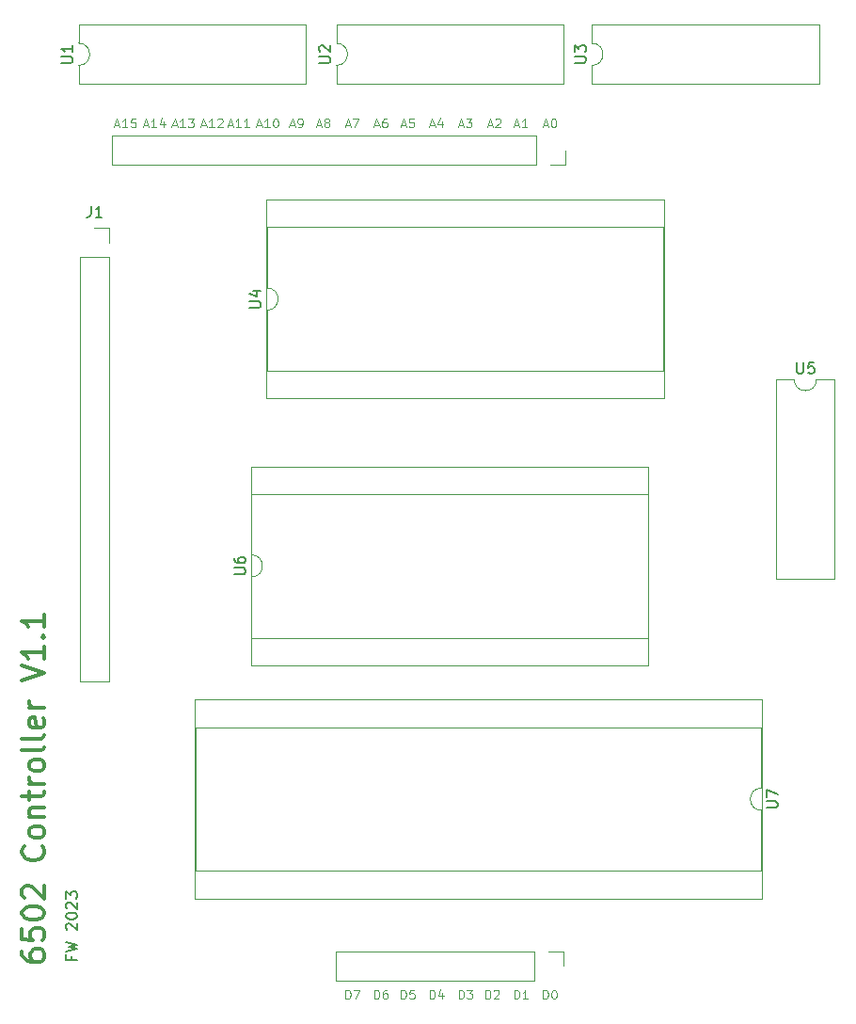
<source format=gbr>
%TF.GenerationSoftware,KiCad,Pcbnew,(6.0.9-0)*%
%TF.CreationDate,2022-12-28T10:48:57-05:00*%
%TF.ProjectId,6502_computer,36353032-5f63-46f6-9d70-757465722e6b,rev?*%
%TF.SameCoordinates,Original*%
%TF.FileFunction,Legend,Top*%
%TF.FilePolarity,Positive*%
%FSLAX46Y46*%
G04 Gerber Fmt 4.6, Leading zero omitted, Abs format (unit mm)*
G04 Created by KiCad (PCBNEW (6.0.9-0)) date 2022-12-28 10:48:57*
%MOMM*%
%LPD*%
G01*
G04 APERTURE LIST*
%ADD10C,0.125000*%
%ADD11C,0.150000*%
%ADD12C,0.300000*%
%ADD13C,0.120000*%
G04 APERTURE END LIST*
D10*
X148428571Y-60333333D02*
X148809523Y-60333333D01*
X148352380Y-60561904D02*
X148619047Y-59761904D01*
X148885714Y-60561904D01*
X149304761Y-59761904D02*
X149380952Y-59761904D01*
X149457142Y-59800000D01*
X149495238Y-59838095D01*
X149533333Y-59914285D01*
X149571428Y-60066666D01*
X149571428Y-60257142D01*
X149533333Y-60409523D01*
X149495238Y-60485714D01*
X149457142Y-60523809D01*
X149380952Y-60561904D01*
X149304761Y-60561904D01*
X149228571Y-60523809D01*
X149190476Y-60485714D01*
X149152380Y-60409523D01*
X149114285Y-60257142D01*
X149114285Y-60066666D01*
X149152380Y-59914285D01*
X149190476Y-59838095D01*
X149228571Y-59800000D01*
X149304761Y-59761904D01*
X145828571Y-60333333D02*
X146209523Y-60333333D01*
X145752380Y-60561904D02*
X146019047Y-59761904D01*
X146285714Y-60561904D01*
X146971428Y-60561904D02*
X146514285Y-60561904D01*
X146742857Y-60561904D02*
X146742857Y-59761904D01*
X146666666Y-59876190D01*
X146590476Y-59952380D01*
X146514285Y-59990476D01*
X143428571Y-60333333D02*
X143809523Y-60333333D01*
X143352380Y-60561904D02*
X143619047Y-59761904D01*
X143885714Y-60561904D01*
X144114285Y-59838095D02*
X144152380Y-59800000D01*
X144228571Y-59761904D01*
X144419047Y-59761904D01*
X144495238Y-59800000D01*
X144533333Y-59838095D01*
X144571428Y-59914285D01*
X144571428Y-59990476D01*
X144533333Y-60104761D01*
X144076190Y-60561904D01*
X144571428Y-60561904D01*
X140828571Y-60333333D02*
X141209523Y-60333333D01*
X140752380Y-60561904D02*
X141019047Y-59761904D01*
X141285714Y-60561904D01*
X141476190Y-59761904D02*
X141971428Y-59761904D01*
X141704761Y-60066666D01*
X141819047Y-60066666D01*
X141895238Y-60104761D01*
X141933333Y-60142857D01*
X141971428Y-60219047D01*
X141971428Y-60409523D01*
X141933333Y-60485714D01*
X141895238Y-60523809D01*
X141819047Y-60561904D01*
X141590476Y-60561904D01*
X141514285Y-60523809D01*
X141476190Y-60485714D01*
X138228571Y-60333333D02*
X138609523Y-60333333D01*
X138152380Y-60561904D02*
X138419047Y-59761904D01*
X138685714Y-60561904D01*
X139295238Y-60028571D02*
X139295238Y-60561904D01*
X139104761Y-59723809D02*
X138914285Y-60295238D01*
X139409523Y-60295238D01*
X135628571Y-60333333D02*
X136009523Y-60333333D01*
X135552380Y-60561904D02*
X135819047Y-59761904D01*
X136085714Y-60561904D01*
X136733333Y-59761904D02*
X136352380Y-59761904D01*
X136314285Y-60142857D01*
X136352380Y-60104761D01*
X136428571Y-60066666D01*
X136619047Y-60066666D01*
X136695238Y-60104761D01*
X136733333Y-60142857D01*
X136771428Y-60219047D01*
X136771428Y-60409523D01*
X136733333Y-60485714D01*
X136695238Y-60523809D01*
X136619047Y-60561904D01*
X136428571Y-60561904D01*
X136352380Y-60523809D01*
X136314285Y-60485714D01*
X133228571Y-60333333D02*
X133609523Y-60333333D01*
X133152380Y-60561904D02*
X133419047Y-59761904D01*
X133685714Y-60561904D01*
X134295238Y-59761904D02*
X134142857Y-59761904D01*
X134066666Y-59800000D01*
X134028571Y-59838095D01*
X133952380Y-59952380D01*
X133914285Y-60104761D01*
X133914285Y-60409523D01*
X133952380Y-60485714D01*
X133990476Y-60523809D01*
X134066666Y-60561904D01*
X134219047Y-60561904D01*
X134295238Y-60523809D01*
X134333333Y-60485714D01*
X134371428Y-60409523D01*
X134371428Y-60219047D01*
X134333333Y-60142857D01*
X134295238Y-60104761D01*
X134219047Y-60066666D01*
X134066666Y-60066666D01*
X133990476Y-60104761D01*
X133952380Y-60142857D01*
X133914285Y-60219047D01*
X130628571Y-60333333D02*
X131009523Y-60333333D01*
X130552380Y-60561904D02*
X130819047Y-59761904D01*
X131085714Y-60561904D01*
X131276190Y-59761904D02*
X131809523Y-59761904D01*
X131466666Y-60561904D01*
X128028571Y-60333333D02*
X128409523Y-60333333D01*
X127952380Y-60561904D02*
X128219047Y-59761904D01*
X128485714Y-60561904D01*
X128866666Y-60104761D02*
X128790476Y-60066666D01*
X128752380Y-60028571D01*
X128714285Y-59952380D01*
X128714285Y-59914285D01*
X128752380Y-59838095D01*
X128790476Y-59800000D01*
X128866666Y-59761904D01*
X129019047Y-59761904D01*
X129095238Y-59800000D01*
X129133333Y-59838095D01*
X129171428Y-59914285D01*
X129171428Y-59952380D01*
X129133333Y-60028571D01*
X129095238Y-60066666D01*
X129019047Y-60104761D01*
X128866666Y-60104761D01*
X128790476Y-60142857D01*
X128752380Y-60180952D01*
X128714285Y-60257142D01*
X128714285Y-60409523D01*
X128752380Y-60485714D01*
X128790476Y-60523809D01*
X128866666Y-60561904D01*
X129019047Y-60561904D01*
X129095238Y-60523809D01*
X129133333Y-60485714D01*
X129171428Y-60409523D01*
X129171428Y-60257142D01*
X129133333Y-60180952D01*
X129095238Y-60142857D01*
X129019047Y-60104761D01*
X125628571Y-60333333D02*
X126009523Y-60333333D01*
X125552380Y-60561904D02*
X125819047Y-59761904D01*
X126085714Y-60561904D01*
X126390476Y-60561904D02*
X126542857Y-60561904D01*
X126619047Y-60523809D01*
X126657142Y-60485714D01*
X126733333Y-60371428D01*
X126771428Y-60219047D01*
X126771428Y-59914285D01*
X126733333Y-59838095D01*
X126695238Y-59800000D01*
X126619047Y-59761904D01*
X126466666Y-59761904D01*
X126390476Y-59800000D01*
X126352380Y-59838095D01*
X126314285Y-59914285D01*
X126314285Y-60104761D01*
X126352380Y-60180952D01*
X126390476Y-60219047D01*
X126466666Y-60257142D01*
X126619047Y-60257142D01*
X126695238Y-60219047D01*
X126733333Y-60180952D01*
X126771428Y-60104761D01*
X122647619Y-60333333D02*
X123028571Y-60333333D01*
X122571428Y-60561904D02*
X122838095Y-59761904D01*
X123104761Y-60561904D01*
X123790476Y-60561904D02*
X123333333Y-60561904D01*
X123561904Y-60561904D02*
X123561904Y-59761904D01*
X123485714Y-59876190D01*
X123409523Y-59952380D01*
X123333333Y-59990476D01*
X124285714Y-59761904D02*
X124361904Y-59761904D01*
X124438095Y-59800000D01*
X124476190Y-59838095D01*
X124514285Y-59914285D01*
X124552380Y-60066666D01*
X124552380Y-60257142D01*
X124514285Y-60409523D01*
X124476190Y-60485714D01*
X124438095Y-60523809D01*
X124361904Y-60561904D01*
X124285714Y-60561904D01*
X124209523Y-60523809D01*
X124171428Y-60485714D01*
X124133333Y-60409523D01*
X124095238Y-60257142D01*
X124095238Y-60066666D01*
X124133333Y-59914285D01*
X124171428Y-59838095D01*
X124209523Y-59800000D01*
X124285714Y-59761904D01*
X120047619Y-60333333D02*
X120428571Y-60333333D01*
X119971428Y-60561904D02*
X120238095Y-59761904D01*
X120504761Y-60561904D01*
X121190476Y-60561904D02*
X120733333Y-60561904D01*
X120961904Y-60561904D02*
X120961904Y-59761904D01*
X120885714Y-59876190D01*
X120809523Y-59952380D01*
X120733333Y-59990476D01*
X121952380Y-60561904D02*
X121495238Y-60561904D01*
X121723809Y-60561904D02*
X121723809Y-59761904D01*
X121647619Y-59876190D01*
X121571428Y-59952380D01*
X121495238Y-59990476D01*
X117647619Y-60333333D02*
X118028571Y-60333333D01*
X117571428Y-60561904D02*
X117838095Y-59761904D01*
X118104761Y-60561904D01*
X118790476Y-60561904D02*
X118333333Y-60561904D01*
X118561904Y-60561904D02*
X118561904Y-59761904D01*
X118485714Y-59876190D01*
X118409523Y-59952380D01*
X118333333Y-59990476D01*
X119095238Y-59838095D02*
X119133333Y-59800000D01*
X119209523Y-59761904D01*
X119400000Y-59761904D01*
X119476190Y-59800000D01*
X119514285Y-59838095D01*
X119552380Y-59914285D01*
X119552380Y-59990476D01*
X119514285Y-60104761D01*
X119057142Y-60561904D01*
X119552380Y-60561904D01*
X115047619Y-60333333D02*
X115428571Y-60333333D01*
X114971428Y-60561904D02*
X115238095Y-59761904D01*
X115504761Y-60561904D01*
X116190476Y-60561904D02*
X115733333Y-60561904D01*
X115961904Y-60561904D02*
X115961904Y-59761904D01*
X115885714Y-59876190D01*
X115809523Y-59952380D01*
X115733333Y-59990476D01*
X116457142Y-59761904D02*
X116952380Y-59761904D01*
X116685714Y-60066666D01*
X116800000Y-60066666D01*
X116876190Y-60104761D01*
X116914285Y-60142857D01*
X116952380Y-60219047D01*
X116952380Y-60409523D01*
X116914285Y-60485714D01*
X116876190Y-60523809D01*
X116800000Y-60561904D01*
X116571428Y-60561904D01*
X116495238Y-60523809D01*
X116457142Y-60485714D01*
X112447619Y-60333333D02*
X112828571Y-60333333D01*
X112371428Y-60561904D02*
X112638095Y-59761904D01*
X112904761Y-60561904D01*
X113590476Y-60561904D02*
X113133333Y-60561904D01*
X113361904Y-60561904D02*
X113361904Y-59761904D01*
X113285714Y-59876190D01*
X113209523Y-59952380D01*
X113133333Y-59990476D01*
X114276190Y-60028571D02*
X114276190Y-60561904D01*
X114085714Y-59723809D02*
X113895238Y-60295238D01*
X114390476Y-60295238D01*
X109847619Y-60333333D02*
X110228571Y-60333333D01*
X109771428Y-60561904D02*
X110038095Y-59761904D01*
X110304761Y-60561904D01*
X110990476Y-60561904D02*
X110533333Y-60561904D01*
X110761904Y-60561904D02*
X110761904Y-59761904D01*
X110685714Y-59876190D01*
X110609523Y-59952380D01*
X110533333Y-59990476D01*
X111714285Y-59761904D02*
X111333333Y-59761904D01*
X111295238Y-60142857D01*
X111333333Y-60104761D01*
X111409523Y-60066666D01*
X111600000Y-60066666D01*
X111676190Y-60104761D01*
X111714285Y-60142857D01*
X111752380Y-60219047D01*
X111752380Y-60409523D01*
X111714285Y-60485714D01*
X111676190Y-60523809D01*
X111600000Y-60561904D01*
X111409523Y-60561904D01*
X111333333Y-60523809D01*
X111295238Y-60485714D01*
X148409523Y-138961904D02*
X148409523Y-138161904D01*
X148600000Y-138161904D01*
X148714285Y-138200000D01*
X148790476Y-138276190D01*
X148828571Y-138352380D01*
X148866666Y-138504761D01*
X148866666Y-138619047D01*
X148828571Y-138771428D01*
X148790476Y-138847619D01*
X148714285Y-138923809D01*
X148600000Y-138961904D01*
X148409523Y-138961904D01*
X149361904Y-138161904D02*
X149438095Y-138161904D01*
X149514285Y-138200000D01*
X149552380Y-138238095D01*
X149590476Y-138314285D01*
X149628571Y-138466666D01*
X149628571Y-138657142D01*
X149590476Y-138809523D01*
X149552380Y-138885714D01*
X149514285Y-138923809D01*
X149438095Y-138961904D01*
X149361904Y-138961904D01*
X149285714Y-138923809D01*
X149247619Y-138885714D01*
X149209523Y-138809523D01*
X149171428Y-138657142D01*
X149171428Y-138466666D01*
X149209523Y-138314285D01*
X149247619Y-138238095D01*
X149285714Y-138200000D01*
X149361904Y-138161904D01*
X145809523Y-138961904D02*
X145809523Y-138161904D01*
X146000000Y-138161904D01*
X146114285Y-138200000D01*
X146190476Y-138276190D01*
X146228571Y-138352380D01*
X146266666Y-138504761D01*
X146266666Y-138619047D01*
X146228571Y-138771428D01*
X146190476Y-138847619D01*
X146114285Y-138923809D01*
X146000000Y-138961904D01*
X145809523Y-138961904D01*
X147028571Y-138961904D02*
X146571428Y-138961904D01*
X146800000Y-138961904D02*
X146800000Y-138161904D01*
X146723809Y-138276190D01*
X146647619Y-138352380D01*
X146571428Y-138390476D01*
X143209523Y-138961904D02*
X143209523Y-138161904D01*
X143400000Y-138161904D01*
X143514285Y-138200000D01*
X143590476Y-138276190D01*
X143628571Y-138352380D01*
X143666666Y-138504761D01*
X143666666Y-138619047D01*
X143628571Y-138771428D01*
X143590476Y-138847619D01*
X143514285Y-138923809D01*
X143400000Y-138961904D01*
X143209523Y-138961904D01*
X143971428Y-138238095D02*
X144009523Y-138200000D01*
X144085714Y-138161904D01*
X144276190Y-138161904D01*
X144352380Y-138200000D01*
X144390476Y-138238095D01*
X144428571Y-138314285D01*
X144428571Y-138390476D01*
X144390476Y-138504761D01*
X143933333Y-138961904D01*
X144428571Y-138961904D01*
X140809523Y-138961904D02*
X140809523Y-138161904D01*
X141000000Y-138161904D01*
X141114285Y-138200000D01*
X141190476Y-138276190D01*
X141228571Y-138352380D01*
X141266666Y-138504761D01*
X141266666Y-138619047D01*
X141228571Y-138771428D01*
X141190476Y-138847619D01*
X141114285Y-138923809D01*
X141000000Y-138961904D01*
X140809523Y-138961904D01*
X141533333Y-138161904D02*
X142028571Y-138161904D01*
X141761904Y-138466666D01*
X141876190Y-138466666D01*
X141952380Y-138504761D01*
X141990476Y-138542857D01*
X142028571Y-138619047D01*
X142028571Y-138809523D01*
X141990476Y-138885714D01*
X141952380Y-138923809D01*
X141876190Y-138961904D01*
X141647619Y-138961904D01*
X141571428Y-138923809D01*
X141533333Y-138885714D01*
X138209523Y-138961904D02*
X138209523Y-138161904D01*
X138400000Y-138161904D01*
X138514285Y-138200000D01*
X138590476Y-138276190D01*
X138628571Y-138352380D01*
X138666666Y-138504761D01*
X138666666Y-138619047D01*
X138628571Y-138771428D01*
X138590476Y-138847619D01*
X138514285Y-138923809D01*
X138400000Y-138961904D01*
X138209523Y-138961904D01*
X139352380Y-138428571D02*
X139352380Y-138961904D01*
X139161904Y-138123809D02*
X138971428Y-138695238D01*
X139466666Y-138695238D01*
X135609523Y-138961904D02*
X135609523Y-138161904D01*
X135800000Y-138161904D01*
X135914285Y-138200000D01*
X135990476Y-138276190D01*
X136028571Y-138352380D01*
X136066666Y-138504761D01*
X136066666Y-138619047D01*
X136028571Y-138771428D01*
X135990476Y-138847619D01*
X135914285Y-138923809D01*
X135800000Y-138961904D01*
X135609523Y-138961904D01*
X136790476Y-138161904D02*
X136409523Y-138161904D01*
X136371428Y-138542857D01*
X136409523Y-138504761D01*
X136485714Y-138466666D01*
X136676190Y-138466666D01*
X136752380Y-138504761D01*
X136790476Y-138542857D01*
X136828571Y-138619047D01*
X136828571Y-138809523D01*
X136790476Y-138885714D01*
X136752380Y-138923809D01*
X136676190Y-138961904D01*
X136485714Y-138961904D01*
X136409523Y-138923809D01*
X136371428Y-138885714D01*
X133209523Y-138961904D02*
X133209523Y-138161904D01*
X133400000Y-138161904D01*
X133514285Y-138200000D01*
X133590476Y-138276190D01*
X133628571Y-138352380D01*
X133666666Y-138504761D01*
X133666666Y-138619047D01*
X133628571Y-138771428D01*
X133590476Y-138847619D01*
X133514285Y-138923809D01*
X133400000Y-138961904D01*
X133209523Y-138961904D01*
X134352380Y-138161904D02*
X134200000Y-138161904D01*
X134123809Y-138200000D01*
X134085714Y-138238095D01*
X134009523Y-138352380D01*
X133971428Y-138504761D01*
X133971428Y-138809523D01*
X134009523Y-138885714D01*
X134047619Y-138923809D01*
X134123809Y-138961904D01*
X134276190Y-138961904D01*
X134352380Y-138923809D01*
X134390476Y-138885714D01*
X134428571Y-138809523D01*
X134428571Y-138619047D01*
X134390476Y-138542857D01*
X134352380Y-138504761D01*
X134276190Y-138466666D01*
X134123809Y-138466666D01*
X134047619Y-138504761D01*
X134009523Y-138542857D01*
X133971428Y-138619047D01*
X130609523Y-138961904D02*
X130609523Y-138161904D01*
X130800000Y-138161904D01*
X130914285Y-138200000D01*
X130990476Y-138276190D01*
X131028571Y-138352380D01*
X131066666Y-138504761D01*
X131066666Y-138619047D01*
X131028571Y-138771428D01*
X130990476Y-138847619D01*
X130914285Y-138923809D01*
X130800000Y-138961904D01*
X130609523Y-138961904D01*
X131333333Y-138161904D02*
X131866666Y-138161904D01*
X131523809Y-138961904D01*
D11*
X105928571Y-135114285D02*
X105928571Y-135447619D01*
X106452380Y-135447619D02*
X105452380Y-135447619D01*
X105452380Y-134971428D01*
X105452380Y-134685714D02*
X106452380Y-134447619D01*
X105738095Y-134257142D01*
X106452380Y-134066666D01*
X105452380Y-133828571D01*
X105547619Y-132733333D02*
X105500000Y-132685714D01*
X105452380Y-132590476D01*
X105452380Y-132352380D01*
X105500000Y-132257142D01*
X105547619Y-132209523D01*
X105642857Y-132161904D01*
X105738095Y-132161904D01*
X105880952Y-132209523D01*
X106452380Y-132780952D01*
X106452380Y-132161904D01*
X105452380Y-131542857D02*
X105452380Y-131447619D01*
X105500000Y-131352380D01*
X105547619Y-131304761D01*
X105642857Y-131257142D01*
X105833333Y-131209523D01*
X106071428Y-131209523D01*
X106261904Y-131257142D01*
X106357142Y-131304761D01*
X106404761Y-131352380D01*
X106452380Y-131447619D01*
X106452380Y-131542857D01*
X106404761Y-131638095D01*
X106357142Y-131685714D01*
X106261904Y-131733333D01*
X106071428Y-131780952D01*
X105833333Y-131780952D01*
X105642857Y-131733333D01*
X105547619Y-131685714D01*
X105500000Y-131638095D01*
X105452380Y-131542857D01*
X105547619Y-130828571D02*
X105500000Y-130780952D01*
X105452380Y-130685714D01*
X105452380Y-130447619D01*
X105500000Y-130352380D01*
X105547619Y-130304761D01*
X105642857Y-130257142D01*
X105738095Y-130257142D01*
X105880952Y-130304761D01*
X106452380Y-130876190D01*
X106452380Y-130257142D01*
X105452380Y-129923809D02*
X105452380Y-129304761D01*
X105833333Y-129638095D01*
X105833333Y-129495238D01*
X105880952Y-129400000D01*
X105928571Y-129352380D01*
X106023809Y-129304761D01*
X106261904Y-129304761D01*
X106357142Y-129352380D01*
X106404761Y-129400000D01*
X106452380Y-129495238D01*
X106452380Y-129780952D01*
X106404761Y-129876190D01*
X106357142Y-129923809D01*
D12*
X101504761Y-134666666D02*
X101504761Y-135047619D01*
X101600000Y-135238095D01*
X101695238Y-135333333D01*
X101980952Y-135523809D01*
X102361904Y-135619047D01*
X103123809Y-135619047D01*
X103314285Y-135523809D01*
X103409523Y-135428571D01*
X103504761Y-135238095D01*
X103504761Y-134857142D01*
X103409523Y-134666666D01*
X103314285Y-134571428D01*
X103123809Y-134476190D01*
X102647619Y-134476190D01*
X102457142Y-134571428D01*
X102361904Y-134666666D01*
X102266666Y-134857142D01*
X102266666Y-135238095D01*
X102361904Y-135428571D01*
X102457142Y-135523809D01*
X102647619Y-135619047D01*
X101504761Y-132666666D02*
X101504761Y-133619047D01*
X102457142Y-133714285D01*
X102361904Y-133619047D01*
X102266666Y-133428571D01*
X102266666Y-132952380D01*
X102361904Y-132761904D01*
X102457142Y-132666666D01*
X102647619Y-132571428D01*
X103123809Y-132571428D01*
X103314285Y-132666666D01*
X103409523Y-132761904D01*
X103504761Y-132952380D01*
X103504761Y-133428571D01*
X103409523Y-133619047D01*
X103314285Y-133714285D01*
X101504761Y-131333333D02*
X101504761Y-131142857D01*
X101600000Y-130952380D01*
X101695238Y-130857142D01*
X101885714Y-130761904D01*
X102266666Y-130666666D01*
X102742857Y-130666666D01*
X103123809Y-130761904D01*
X103314285Y-130857142D01*
X103409523Y-130952380D01*
X103504761Y-131142857D01*
X103504761Y-131333333D01*
X103409523Y-131523809D01*
X103314285Y-131619047D01*
X103123809Y-131714285D01*
X102742857Y-131809523D01*
X102266666Y-131809523D01*
X101885714Y-131714285D01*
X101695238Y-131619047D01*
X101600000Y-131523809D01*
X101504761Y-131333333D01*
X101695238Y-129904761D02*
X101600000Y-129809523D01*
X101504761Y-129619047D01*
X101504761Y-129142857D01*
X101600000Y-128952380D01*
X101695238Y-128857142D01*
X101885714Y-128761904D01*
X102076190Y-128761904D01*
X102361904Y-128857142D01*
X103504761Y-130000000D01*
X103504761Y-128761904D01*
X103314285Y-125238095D02*
X103409523Y-125333333D01*
X103504761Y-125619047D01*
X103504761Y-125809523D01*
X103409523Y-126095238D01*
X103219047Y-126285714D01*
X103028571Y-126380952D01*
X102647619Y-126476190D01*
X102361904Y-126476190D01*
X101980952Y-126380952D01*
X101790476Y-126285714D01*
X101600000Y-126095238D01*
X101504761Y-125809523D01*
X101504761Y-125619047D01*
X101600000Y-125333333D01*
X101695238Y-125238095D01*
X103504761Y-124095238D02*
X103409523Y-124285714D01*
X103314285Y-124380952D01*
X103123809Y-124476190D01*
X102552380Y-124476190D01*
X102361904Y-124380952D01*
X102266666Y-124285714D01*
X102171428Y-124095238D01*
X102171428Y-123809523D01*
X102266666Y-123619047D01*
X102361904Y-123523809D01*
X102552380Y-123428571D01*
X103123809Y-123428571D01*
X103314285Y-123523809D01*
X103409523Y-123619047D01*
X103504761Y-123809523D01*
X103504761Y-124095238D01*
X102171428Y-122571428D02*
X103504761Y-122571428D01*
X102361904Y-122571428D02*
X102266666Y-122476190D01*
X102171428Y-122285714D01*
X102171428Y-122000000D01*
X102266666Y-121809523D01*
X102457142Y-121714285D01*
X103504761Y-121714285D01*
X102171428Y-121047619D02*
X102171428Y-120285714D01*
X101504761Y-120761904D02*
X103219047Y-120761904D01*
X103409523Y-120666666D01*
X103504761Y-120476190D01*
X103504761Y-120285714D01*
X103504761Y-119619047D02*
X102171428Y-119619047D01*
X102552380Y-119619047D02*
X102361904Y-119523809D01*
X102266666Y-119428571D01*
X102171428Y-119238095D01*
X102171428Y-119047619D01*
X103504761Y-118095238D02*
X103409523Y-118285714D01*
X103314285Y-118380952D01*
X103123809Y-118476190D01*
X102552380Y-118476190D01*
X102361904Y-118380952D01*
X102266666Y-118285714D01*
X102171428Y-118095238D01*
X102171428Y-117809523D01*
X102266666Y-117619047D01*
X102361904Y-117523809D01*
X102552380Y-117428571D01*
X103123809Y-117428571D01*
X103314285Y-117523809D01*
X103409523Y-117619047D01*
X103504761Y-117809523D01*
X103504761Y-118095238D01*
X103504761Y-116285714D02*
X103409523Y-116476190D01*
X103219047Y-116571428D01*
X101504761Y-116571428D01*
X103504761Y-115238095D02*
X103409523Y-115428571D01*
X103219047Y-115523809D01*
X101504761Y-115523809D01*
X103409523Y-113714285D02*
X103504761Y-113904761D01*
X103504761Y-114285714D01*
X103409523Y-114476190D01*
X103219047Y-114571428D01*
X102457142Y-114571428D01*
X102266666Y-114476190D01*
X102171428Y-114285714D01*
X102171428Y-113904761D01*
X102266666Y-113714285D01*
X102457142Y-113619047D01*
X102647619Y-113619047D01*
X102838095Y-114571428D01*
X103504761Y-112761904D02*
X102171428Y-112761904D01*
X102552380Y-112761904D02*
X102361904Y-112666666D01*
X102266666Y-112571428D01*
X102171428Y-112380952D01*
X102171428Y-112190476D01*
X101504761Y-110285714D02*
X103504761Y-109619047D01*
X101504761Y-108952380D01*
X103504761Y-107238095D02*
X103504761Y-108380952D01*
X103504761Y-107809523D02*
X101504761Y-107809523D01*
X101790476Y-108000000D01*
X101980952Y-108190476D01*
X102076190Y-108380952D01*
X103314285Y-106380952D02*
X103409523Y-106285714D01*
X103504761Y-106380952D01*
X103409523Y-106476190D01*
X103314285Y-106380952D01*
X103504761Y-106380952D01*
X103504761Y-104380952D02*
X103504761Y-105523809D01*
X103504761Y-104952380D02*
X101504761Y-104952380D01*
X101790476Y-105142857D01*
X101980952Y-105333333D01*
X102076190Y-105523809D01*
D11*
%TO.C,U2*%
X128247380Y-54751904D02*
X129056904Y-54751904D01*
X129152142Y-54704285D01*
X129199761Y-54656666D01*
X129247380Y-54561428D01*
X129247380Y-54370952D01*
X129199761Y-54275714D01*
X129152142Y-54228095D01*
X129056904Y-54180476D01*
X128247380Y-54180476D01*
X128342619Y-53751904D02*
X128295000Y-53704285D01*
X128247380Y-53609047D01*
X128247380Y-53370952D01*
X128295000Y-53275714D01*
X128342619Y-53228095D01*
X128437857Y-53180476D01*
X128533095Y-53180476D01*
X128675952Y-53228095D01*
X129247380Y-53799523D01*
X129247380Y-53180476D01*
%TO.C,U7*%
X168507380Y-121756904D02*
X169316904Y-121756904D01*
X169412142Y-121709285D01*
X169459761Y-121661666D01*
X169507380Y-121566428D01*
X169507380Y-121375952D01*
X169459761Y-121280714D01*
X169412142Y-121233095D01*
X169316904Y-121185476D01*
X168507380Y-121185476D01*
X168507380Y-120804523D02*
X168507380Y-120137857D01*
X169507380Y-120566428D01*
%TO.C,J1*%
X107691666Y-67632380D02*
X107691666Y-68346666D01*
X107644047Y-68489523D01*
X107548809Y-68584761D01*
X107405952Y-68632380D01*
X107310714Y-68632380D01*
X108691666Y-68632380D02*
X108120238Y-68632380D01*
X108405952Y-68632380D02*
X108405952Y-67632380D01*
X108310714Y-67775238D01*
X108215476Y-67870476D01*
X108120238Y-67918095D01*
%TO.C,U6*%
X120597380Y-100766904D02*
X121406904Y-100766904D01*
X121502142Y-100719285D01*
X121549761Y-100671666D01*
X121597380Y-100576428D01*
X121597380Y-100385952D01*
X121549761Y-100290714D01*
X121502142Y-100243095D01*
X121406904Y-100195476D01*
X120597380Y-100195476D01*
X120597380Y-99290714D02*
X120597380Y-99481190D01*
X120645000Y-99576428D01*
X120692619Y-99624047D01*
X120835476Y-99719285D01*
X121025952Y-99766904D01*
X121406904Y-99766904D01*
X121502142Y-99719285D01*
X121549761Y-99671666D01*
X121597380Y-99576428D01*
X121597380Y-99385952D01*
X121549761Y-99290714D01*
X121502142Y-99243095D01*
X121406904Y-99195476D01*
X121168809Y-99195476D01*
X121073571Y-99243095D01*
X121025952Y-99290714D01*
X120978333Y-99385952D01*
X120978333Y-99576428D01*
X121025952Y-99671666D01*
X121073571Y-99719285D01*
X121168809Y-99766904D01*
%TO.C,U4*%
X121997380Y-76766904D02*
X122806904Y-76766904D01*
X122902142Y-76719285D01*
X122949761Y-76671666D01*
X122997380Y-76576428D01*
X122997380Y-76385952D01*
X122949761Y-76290714D01*
X122902142Y-76243095D01*
X122806904Y-76195476D01*
X121997380Y-76195476D01*
X122330714Y-75290714D02*
X122997380Y-75290714D01*
X121949761Y-75528809D02*
X122664047Y-75766904D01*
X122664047Y-75147857D01*
%TO.C,U3*%
X151247380Y-54751904D02*
X152056904Y-54751904D01*
X152152142Y-54704285D01*
X152199761Y-54656666D01*
X152247380Y-54561428D01*
X152247380Y-54370952D01*
X152199761Y-54275714D01*
X152152142Y-54228095D01*
X152056904Y-54180476D01*
X151247380Y-54180476D01*
X151247380Y-53799523D02*
X151247380Y-53180476D01*
X151628333Y-53513809D01*
X151628333Y-53370952D01*
X151675952Y-53275714D01*
X151723571Y-53228095D01*
X151818809Y-53180476D01*
X152056904Y-53180476D01*
X152152142Y-53228095D01*
X152199761Y-53275714D01*
X152247380Y-53370952D01*
X152247380Y-53656666D01*
X152199761Y-53751904D01*
X152152142Y-53799523D01*
%TO.C,U5*%
X171248095Y-81697380D02*
X171248095Y-82506904D01*
X171295714Y-82602142D01*
X171343333Y-82649761D01*
X171438571Y-82697380D01*
X171629047Y-82697380D01*
X171724285Y-82649761D01*
X171771904Y-82602142D01*
X171819523Y-82506904D01*
X171819523Y-81697380D01*
X172771904Y-81697380D02*
X172295714Y-81697380D01*
X172248095Y-82173571D01*
X172295714Y-82125952D01*
X172390952Y-82078333D01*
X172629047Y-82078333D01*
X172724285Y-82125952D01*
X172771904Y-82173571D01*
X172819523Y-82268809D01*
X172819523Y-82506904D01*
X172771904Y-82602142D01*
X172724285Y-82649761D01*
X172629047Y-82697380D01*
X172390952Y-82697380D01*
X172295714Y-82649761D01*
X172248095Y-82602142D01*
%TO.C,U1*%
X105047380Y-54751904D02*
X105856904Y-54751904D01*
X105952142Y-54704285D01*
X105999761Y-54656666D01*
X106047380Y-54561428D01*
X106047380Y-54370952D01*
X105999761Y-54275714D01*
X105952142Y-54228095D01*
X105856904Y-54180476D01*
X105047380Y-54180476D01*
X106047380Y-53180476D02*
X106047380Y-53751904D01*
X106047380Y-53466190D02*
X105047380Y-53466190D01*
X105190238Y-53561428D01*
X105285476Y-53656666D01*
X105333095Y-53751904D01*
D13*
%TO.C,U2*%
X129795000Y-54990000D02*
X129795000Y-56640000D01*
X129795000Y-56640000D02*
X150235000Y-56640000D01*
X150235000Y-51340000D02*
X129795000Y-51340000D01*
X129795000Y-51340000D02*
X129795000Y-52990000D01*
X150235000Y-56640000D02*
X150235000Y-51340000D01*
X129795000Y-54990000D02*
G75*
G03*
X129795000Y-52990000I0J1000000D01*
G01*
%TO.C,U7*%
X168055000Y-127455000D02*
X168055000Y-121995000D01*
X117075000Y-129945000D02*
X168115000Y-129945000D01*
X117075000Y-112045000D02*
X117075000Y-129945000D01*
X168115000Y-112045000D02*
X117075000Y-112045000D01*
X168115000Y-129945000D02*
X168115000Y-112045000D01*
X168055000Y-119995000D02*
X168055000Y-114535000D01*
X168055000Y-114535000D02*
X117135000Y-114535000D01*
X117135000Y-127455000D02*
X168055000Y-127455000D01*
X117135000Y-114535000D02*
X117135000Y-127455000D01*
X168055000Y-119995000D02*
G75*
G03*
X168055000Y-121995000I0J-1000000D01*
G01*
%TO.C,J1*%
X106695000Y-72220000D02*
X109355000Y-72220000D01*
X109355000Y-72220000D02*
X109355000Y-110380000D01*
X106695000Y-72220000D02*
X106695000Y-110380000D01*
X108025000Y-69620000D02*
X109355000Y-69620000D01*
X109355000Y-69620000D02*
X109355000Y-70950000D01*
X106695000Y-110380000D02*
X109355000Y-110380000D01*
%TO.C,J2*%
X147780000Y-61295000D02*
X109620000Y-61295000D01*
X147780000Y-61295000D02*
X147780000Y-63955000D01*
X109620000Y-61295000D02*
X109620000Y-63955000D01*
X150380000Y-63955000D02*
X149050000Y-63955000D01*
X147780000Y-63955000D02*
X109620000Y-63955000D01*
X150380000Y-62625000D02*
X150380000Y-63955000D01*
%TO.C,U6*%
X157825000Y-93545000D02*
X122145000Y-93545000D01*
X157885000Y-91055000D02*
X122085000Y-91055000D01*
X157825000Y-106465000D02*
X157825000Y-93545000D01*
X122145000Y-106465000D02*
X157825000Y-106465000D01*
X122085000Y-108955000D02*
X157885000Y-108955000D01*
X122145000Y-101005000D02*
X122145000Y-106465000D01*
X157885000Y-108955000D02*
X157885000Y-91055000D01*
X122145000Y-93545000D02*
X122145000Y-99005000D01*
X122085000Y-91055000D02*
X122085000Y-108955000D01*
X122145000Y-101005000D02*
G75*
G03*
X122145000Y-99005000I0J1000000D01*
G01*
%TO.C,J3*%
X148875000Y-134670000D02*
X150205000Y-134670000D01*
X147605000Y-134670000D02*
X129765000Y-134670000D01*
X129765000Y-134670000D02*
X129765000Y-137330000D01*
X150205000Y-134670000D02*
X150205000Y-136000000D01*
X147605000Y-134670000D02*
X147605000Y-137330000D01*
X147605000Y-137330000D02*
X129765000Y-137330000D01*
%TO.C,U4*%
X123545000Y-82465000D02*
X159225000Y-82465000D01*
X159285000Y-67055000D02*
X123485000Y-67055000D01*
X123545000Y-69545000D02*
X123545000Y-75005000D01*
X123485000Y-84955000D02*
X159285000Y-84955000D01*
X159225000Y-69545000D02*
X123545000Y-69545000D01*
X159285000Y-84955000D02*
X159285000Y-67055000D01*
X123485000Y-67055000D02*
X123485000Y-84955000D01*
X159225000Y-82465000D02*
X159225000Y-69545000D01*
X123545000Y-77005000D02*
X123545000Y-82465000D01*
X123545000Y-77005000D02*
G75*
G03*
X123545000Y-75005000I0J1000000D01*
G01*
%TO.C,U3*%
X173235000Y-51340000D02*
X152795000Y-51340000D01*
X152795000Y-56640000D02*
X173235000Y-56640000D01*
X152795000Y-54990000D02*
X152795000Y-56640000D01*
X152795000Y-51340000D02*
X152795000Y-52990000D01*
X173235000Y-56640000D02*
X173235000Y-51340000D01*
X152795000Y-54990000D02*
G75*
G03*
X152795000Y-52990000I0J1000000D01*
G01*
%TO.C,U5*%
X174660000Y-83245000D02*
X173010000Y-83245000D01*
X169360000Y-83245000D02*
X169360000Y-101145000D01*
X169360000Y-101145000D02*
X174660000Y-101145000D01*
X171010000Y-83245000D02*
X169360000Y-83245000D01*
X174660000Y-101145000D02*
X174660000Y-83245000D01*
X171010000Y-83245000D02*
G75*
G03*
X173010000Y-83245000I1000000J0D01*
G01*
%TO.C,U1*%
X127035000Y-56640000D02*
X127035000Y-51340000D01*
X106595000Y-54990000D02*
X106595000Y-56640000D01*
X106595000Y-51340000D02*
X106595000Y-52990000D01*
X127035000Y-51340000D02*
X106595000Y-51340000D01*
X106595000Y-56640000D02*
X127035000Y-56640000D01*
X106595000Y-54990000D02*
G75*
G03*
X106595000Y-52990000I0J1000000D01*
G01*
%TD*%
M02*

</source>
